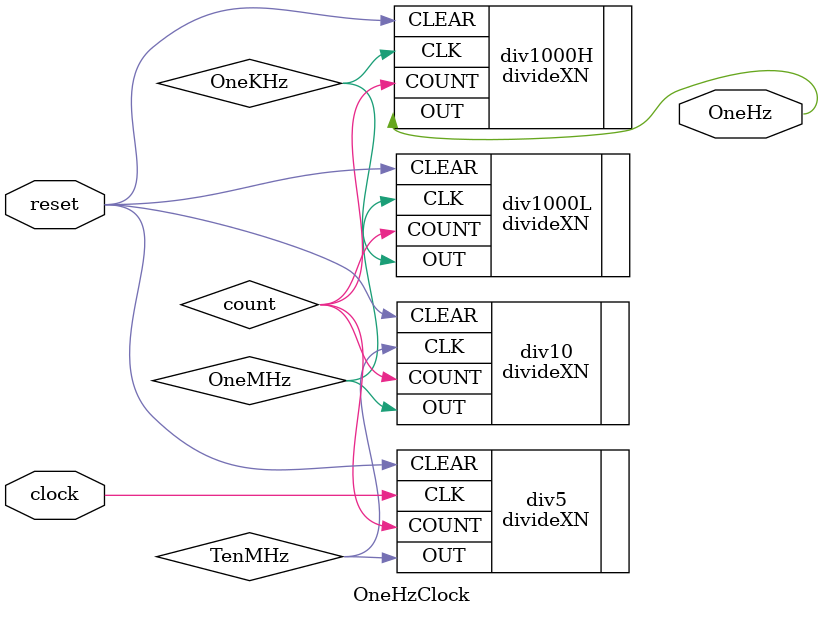
<source format=v>
module OneHzClock
(
    input clock,
    input reset,
    output OneHz
);
    // Wires for interconnections between the dividers
   // wire [2:0] count_first_stage; // 3-bit count for the first stage (div5)
   // wire [3:0] count_second_stage; // 4-bit count for the second stage (div10)
   // wire [9:0] count_third_stage; // 10-bit count for the third stage (div1000L)
   // wire [9:0] count_fourth_stage; // 10-bit count for the fourth stage (div1000H)
    wire TenMHz, OneMHz, OneKHz;

    // Instantiate the divideXn module for the first division
    divideXN #(5, 3) div5
    (
        .CLK(clock),
        .CLEAR(reset),
        .COUNT(count),
        .OUT(TenMHz) // 10 MHz output
    );

    // Instantiate the divideXn module for the second division
    divideXN #(10, 4) div10
    (
        .CLK(TenMHz),
        .CLEAR(reset),
        .COUNT(count),
        .OUT(OneMHz) // 1 MHz output
    );

    // Instantiate the divideXn module for the third division
    divideXN #(1000, 10) div1000L
    (
        .CLK(OneMHz),
        .CLEAR(reset),
        .COUNT(count),
        .OUT(OneKHz) // 1 kHz output
    );

    // Instantiate the divideXn module for the fourth (final) division
    divideXN #(100, 10) div1000H
    (
        .CLK(OneKHz),
        .CLEAR(reset),
        .COUNT(count),
        .OUT(OneHz) // 10 Hz output
    );
endmodule
</source>
